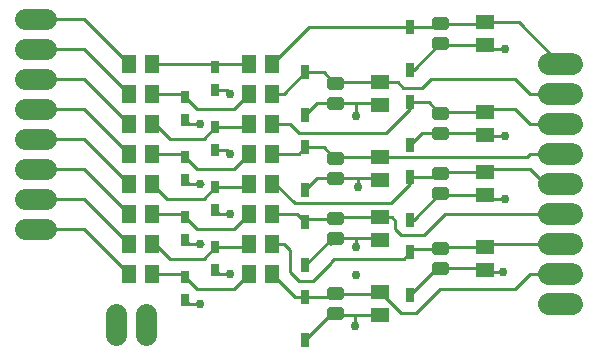
<source format=gbr>
G04 EAGLE Gerber RS-274X export*
G75*
%MOMM*%
%FSLAX34Y34*%
%LPD*%
%INTop Copper*%
%IPPOS*%
%AMOC8*
5,1,8,0,0,1.08239X$1,22.5*%
G01*
%ADD10C,0.504000*%
%ADD11R,0.700000X1.200000*%
%ADD12R,0.800000X1.000000*%
%ADD13C,1.879600*%
%ADD14R,1.300000X1.500000*%
%ADD15R,1.500000X1.300000*%
%ADD16C,1.800000*%
%ADD17C,0.254000*%
%ADD18C,0.756400*%


D10*
X321880Y303230D02*
X321880Y297770D01*
X313120Y297770D01*
X313120Y303230D01*
X321880Y303230D01*
X321880Y302558D02*
X313120Y302558D01*
X313120Y286430D02*
X313120Y280970D01*
X313120Y286430D02*
X321880Y286430D01*
X321880Y280970D01*
X313120Y280970D01*
X313120Y285758D02*
X321880Y285758D01*
X410780Y335870D02*
X410780Y341330D01*
X410780Y335870D02*
X402020Y335870D01*
X402020Y341330D01*
X410780Y341330D01*
X410780Y340658D02*
X402020Y340658D01*
X402020Y324530D02*
X402020Y319070D01*
X402020Y324530D02*
X410780Y324530D01*
X410780Y319070D01*
X402020Y319070D01*
X402020Y323858D02*
X410780Y323858D01*
X321880Y361270D02*
X321880Y366730D01*
X321880Y361270D02*
X313120Y361270D01*
X313120Y366730D01*
X321880Y366730D01*
X321880Y366058D02*
X313120Y366058D01*
X313120Y349930D02*
X313120Y344470D01*
X313120Y349930D02*
X321880Y349930D01*
X321880Y344470D01*
X313120Y344470D01*
X313120Y349258D02*
X321880Y349258D01*
X410780Y399370D02*
X410780Y404830D01*
X410780Y399370D02*
X402020Y399370D01*
X402020Y404830D01*
X410780Y404830D01*
X410780Y404158D02*
X402020Y404158D01*
X402020Y388030D02*
X402020Y382570D01*
X402020Y388030D02*
X410780Y388030D01*
X410780Y382570D01*
X402020Y382570D01*
X402020Y387358D02*
X410780Y387358D01*
X321880Y412070D02*
X321880Y417530D01*
X321880Y412070D02*
X313120Y412070D01*
X313120Y417530D01*
X321880Y417530D01*
X321880Y416858D02*
X313120Y416858D01*
X313120Y400730D02*
X313120Y395270D01*
X313120Y400730D02*
X321880Y400730D01*
X321880Y395270D01*
X313120Y395270D01*
X313120Y400058D02*
X321880Y400058D01*
X410780Y450170D02*
X410780Y455630D01*
X410780Y450170D02*
X402020Y450170D01*
X402020Y455630D01*
X410780Y455630D01*
X410780Y454958D02*
X402020Y454958D01*
X402020Y438830D02*
X402020Y433370D01*
X402020Y438830D02*
X410780Y438830D01*
X410780Y433370D01*
X402020Y433370D01*
X402020Y438158D02*
X410780Y438158D01*
X321880Y475570D02*
X321880Y481030D01*
X321880Y475570D02*
X313120Y475570D01*
X313120Y481030D01*
X321880Y481030D01*
X321880Y480358D02*
X313120Y480358D01*
X313120Y464230D02*
X313120Y458770D01*
X313120Y464230D02*
X321880Y464230D01*
X321880Y458770D01*
X313120Y458770D01*
X313120Y463558D02*
X321880Y463558D01*
X410780Y526370D02*
X410780Y531830D01*
X410780Y526370D02*
X402020Y526370D01*
X402020Y531830D01*
X410780Y531830D01*
X410780Y531158D02*
X402020Y531158D01*
X402020Y515030D02*
X402020Y509570D01*
X402020Y515030D02*
X410780Y515030D01*
X410780Y509570D01*
X402020Y509570D01*
X402020Y514358D02*
X410780Y514358D01*
D11*
X292100Y297900D03*
X292100Y260900D03*
D12*
X190500Y396400D03*
X190500Y416400D03*
D11*
X381000Y463000D03*
X381000Y426000D03*
D12*
X215900Y421800D03*
X215900Y441800D03*
D11*
X292100Y488400D03*
X292100Y451400D03*
D12*
X190500Y447200D03*
X190500Y467200D03*
D11*
X381000Y526500D03*
X381000Y489500D03*
D12*
X215900Y472600D03*
X215900Y492600D03*
X190500Y294800D03*
X190500Y314800D03*
D11*
X381000Y336000D03*
X381000Y299000D03*
D12*
X215900Y320200D03*
X215900Y340200D03*
D11*
X292100Y361400D03*
X292100Y324400D03*
D12*
X190500Y345600D03*
X190500Y365600D03*
D11*
X381000Y399500D03*
X381000Y362500D03*
D12*
X215900Y371000D03*
X215900Y391000D03*
D11*
X292100Y424900D03*
X292100Y387900D03*
D13*
X498602Y495300D02*
X517398Y495300D01*
X517398Y469900D02*
X498602Y469900D01*
X498602Y444500D02*
X517398Y444500D01*
X517398Y419100D02*
X498602Y419100D01*
X498602Y393700D02*
X517398Y393700D01*
X517398Y368300D02*
X498602Y368300D01*
X498602Y342900D02*
X517398Y342900D01*
X517398Y317500D02*
X498602Y317500D01*
X498602Y292100D02*
X517398Y292100D01*
D14*
X142900Y317500D03*
X161900Y317500D03*
X142900Y393700D03*
X161900Y393700D03*
X244500Y393700D03*
X263500Y393700D03*
D15*
X444500Y384200D03*
X444500Y403200D03*
D14*
X142900Y419100D03*
X161900Y419100D03*
X244500Y419100D03*
X263500Y419100D03*
D15*
X355600Y396900D03*
X355600Y415900D03*
D14*
X142900Y444500D03*
X161900Y444500D03*
X244500Y444500D03*
X263500Y444500D03*
D15*
X444500Y435000D03*
X444500Y454000D03*
D14*
X142900Y469900D03*
X161900Y469900D03*
X244500Y317500D03*
X263500Y317500D03*
X244500Y469900D03*
X263500Y469900D03*
D15*
X355600Y460400D03*
X355600Y479400D03*
D14*
X142900Y495300D03*
X161900Y495300D03*
X244500Y495300D03*
X263500Y495300D03*
D15*
X444500Y511200D03*
X444500Y530200D03*
X355600Y282600D03*
X355600Y301600D03*
D14*
X142900Y342900D03*
X161900Y342900D03*
X244500Y342900D03*
X263500Y342900D03*
D15*
X444500Y320700D03*
X444500Y339700D03*
D14*
X142900Y368300D03*
X161900Y368300D03*
X244500Y368300D03*
X263500Y368300D03*
D15*
X355600Y346100D03*
X355600Y365100D03*
D16*
X72500Y533400D02*
X54500Y533400D01*
X54500Y508000D02*
X72500Y508000D01*
X72500Y482600D02*
X54500Y482600D01*
X54500Y457200D02*
X72500Y457200D01*
X72500Y431800D02*
X54500Y431800D01*
X54500Y406400D02*
X72500Y406400D01*
X72500Y381000D02*
X54500Y381000D01*
X54500Y355600D02*
X72500Y355600D01*
X132080Y283320D02*
X132080Y265320D01*
X157480Y265320D02*
X157480Y283320D01*
D17*
X161900Y317500D02*
X187800Y317500D01*
X190500Y314800D01*
X231800Y304800D02*
X244500Y317500D01*
X200500Y304800D02*
X190500Y314800D01*
X200500Y304800D02*
X231800Y304800D01*
X263500Y317500D02*
X283100Y297900D01*
X292100Y297900D01*
X314900Y297900D01*
X317500Y300500D01*
X354500Y300500D01*
X355600Y301600D01*
X482600Y317500D02*
X508000Y317500D01*
X482600Y317500D02*
X469900Y304800D01*
X406400Y304800D01*
X386080Y284480D01*
X372720Y284480D02*
X355600Y301600D01*
X372720Y284480D02*
X386080Y284480D01*
D18*
X228600Y469900D03*
X203200Y444500D03*
X228600Y419100D03*
X203200Y393700D03*
X228600Y368300D03*
X203200Y342900D03*
X228600Y317500D03*
X203200Y292100D03*
D17*
X215900Y472600D02*
X225900Y472600D01*
X228600Y469900D01*
X203200Y444500D02*
X193200Y444500D01*
X190500Y447200D01*
X215900Y421800D02*
X225900Y421800D01*
X228600Y419100D01*
X193200Y393700D02*
X190500Y396400D01*
X193200Y393700D02*
X203200Y393700D01*
X215900Y371000D02*
X218600Y368300D01*
X228600Y368300D01*
X203200Y342900D02*
X193200Y342900D01*
X190500Y345600D01*
X215900Y320200D02*
X218600Y317500D01*
X228600Y317500D01*
X193200Y292100D02*
X190500Y294800D01*
X292100Y260900D02*
X314900Y283700D01*
X317500Y283700D01*
X318600Y282600D01*
X335280Y282600D01*
X355600Y282600D01*
X381000Y299000D02*
X403800Y321800D01*
X406400Y321800D01*
X443400Y321800D01*
X444500Y320700D01*
X205649Y342900D02*
X203200Y342900D01*
X317500Y347200D02*
X335280Y347200D01*
X354500Y347200D01*
X355600Y346100D01*
X407500Y384200D02*
X444500Y384200D01*
X407500Y384200D02*
X406400Y385300D01*
X203200Y292100D02*
X193200Y292100D01*
X203200Y393700D02*
X205649Y393700D01*
X292100Y387900D02*
X302200Y398000D01*
X317500Y398000D01*
X337820Y398000D01*
X354500Y398000D01*
X355600Y396900D01*
X381000Y426000D02*
X391100Y436100D01*
X406400Y436100D01*
X443400Y436100D01*
X444500Y435000D01*
X444500Y511200D02*
X407500Y511200D01*
X406400Y512300D01*
X383600Y489500D01*
X381000Y489500D01*
D18*
X461010Y508000D03*
X461010Y434340D03*
X461010Y381000D03*
X459740Y318770D03*
X334010Y273050D03*
X335280Y316230D03*
X336550Y391160D03*
X335280Y450850D03*
D17*
X444500Y511200D02*
X447700Y508000D01*
X461010Y508000D01*
X444500Y435000D02*
X445160Y434340D01*
X461010Y434340D01*
X444500Y384200D02*
X447700Y381000D01*
X461010Y381000D01*
X444500Y320700D02*
X446430Y318770D01*
X459740Y318770D01*
X302200Y461500D02*
X292100Y451400D01*
X302200Y461500D02*
X317500Y461500D01*
X335280Y461500D01*
X354500Y461500D01*
X355600Y460400D01*
D18*
X335280Y340360D03*
D17*
X317500Y347200D02*
X315350Y345050D01*
X313200Y342900D01*
X334010Y281330D02*
X334010Y273050D01*
X334010Y281330D02*
X335280Y282600D01*
X335280Y340360D02*
X335280Y347200D01*
X336550Y391160D02*
X336550Y396730D01*
X337820Y398000D01*
X335280Y450850D02*
X335280Y461500D01*
X406400Y385300D02*
X383600Y362500D01*
X381000Y362500D01*
X312750Y345050D02*
X292100Y324400D01*
X312750Y345050D02*
X315350Y345050D01*
X244500Y342900D02*
X241800Y340200D01*
X215900Y340200D01*
X165100Y342900D02*
X161900Y342900D01*
X165100Y342900D02*
X177800Y330200D01*
X205900Y330200D01*
X215900Y340200D01*
X381000Y336000D02*
X383600Y338600D01*
X406400Y338600D01*
X407500Y339700D01*
X444500Y339700D01*
X447700Y342900D01*
X508000Y342900D01*
X274320Y342900D02*
X263500Y342900D01*
X274320Y342900D02*
X279400Y337820D01*
X279400Y318770D02*
X287020Y311150D01*
X298450Y311150D01*
X313690Y326390D02*
X313690Y327660D01*
X316230Y330200D01*
X375200Y330200D02*
X381000Y336000D01*
X279400Y337820D02*
X279400Y318770D01*
X298450Y311150D02*
X313690Y326390D01*
X316230Y330200D02*
X375200Y330200D01*
X187800Y368300D02*
X161900Y368300D01*
X187800Y368300D02*
X190500Y365600D01*
X231800Y355600D02*
X244500Y368300D01*
X200500Y355600D02*
X190500Y365600D01*
X200500Y355600D02*
X231800Y355600D01*
X263500Y368300D02*
X285200Y368300D01*
X292100Y361400D01*
X294700Y364000D01*
X317500Y364000D01*
X318600Y365100D01*
X355600Y365100D01*
X365150Y365100D01*
X368300Y361950D02*
X368300Y355600D01*
X373380Y350520D01*
X392430Y350520D02*
X410210Y368300D01*
X508000Y368300D01*
X368300Y361950D02*
X365150Y365100D01*
X373380Y350520D02*
X392430Y350520D01*
X244500Y393700D02*
X241800Y391000D01*
X215900Y391000D01*
X174600Y381000D02*
X161900Y393700D01*
X205900Y381000D02*
X215900Y391000D01*
X205900Y381000D02*
X174600Y381000D01*
X263500Y393700D02*
X266700Y393700D01*
X381000Y399500D02*
X403800Y399500D01*
X406400Y402100D01*
X407500Y403200D01*
X444500Y403200D01*
X447700Y406400D01*
X482600Y406400D02*
X495300Y393700D01*
X508000Y393700D01*
X482600Y406400D02*
X447700Y406400D01*
X283210Y377190D02*
X266700Y393700D01*
X283210Y377190D02*
X364490Y377190D01*
X381000Y393700D01*
X381000Y399500D01*
X187800Y419100D02*
X161900Y419100D01*
X187800Y419100D02*
X190500Y416400D01*
X231800Y406400D02*
X244500Y419100D01*
X200500Y406400D02*
X190500Y416400D01*
X200500Y406400D02*
X231800Y406400D01*
X263500Y419100D02*
X286300Y419100D01*
X292100Y424900D01*
X307400Y424900D01*
X317500Y414800D01*
X318600Y415900D01*
X355600Y415900D01*
X479400Y415900D02*
X482600Y419100D01*
X508000Y419100D01*
X479400Y415900D02*
X355600Y415900D01*
X165100Y444500D02*
X161900Y444500D01*
X165100Y444500D02*
X177800Y431800D01*
X205900Y431800D01*
X215900Y441800D01*
X241800Y441800D02*
X244500Y444500D01*
X241800Y441800D02*
X215900Y441800D01*
X263500Y444500D02*
X279400Y444500D01*
X287020Y436880D01*
X360680Y436880D01*
X381000Y457200D02*
X381000Y463000D01*
X381000Y457200D02*
X360680Y436880D01*
X407500Y454000D02*
X444500Y454000D01*
X407500Y454000D02*
X406400Y452900D01*
X396300Y463000D01*
X381000Y463000D01*
X444500Y454000D02*
X447700Y457200D01*
X469900Y457200D01*
X482600Y444500D01*
X508000Y444500D01*
X187800Y469900D02*
X161900Y469900D01*
X187800Y469900D02*
X190500Y467200D01*
X231800Y457200D02*
X244500Y469900D01*
X200500Y457200D02*
X190500Y467200D01*
X200500Y457200D02*
X231800Y457200D01*
X263500Y469900D02*
X273600Y469900D01*
X292100Y488400D01*
X307400Y488400D01*
X317500Y478300D01*
X318600Y479400D01*
X355600Y479400D01*
X370230Y479400D01*
X374650Y474980D01*
X391160Y474980D01*
X396240Y480060D01*
X398780Y482600D01*
X469900Y482600D02*
X482600Y469900D01*
X508000Y469900D01*
X469900Y482600D02*
X398780Y482600D01*
X213200Y495300D02*
X161900Y495300D01*
X213200Y495300D02*
X215900Y492600D01*
X218600Y495300D01*
X244500Y495300D01*
X263500Y495300D02*
X294700Y526500D01*
X381000Y526500D01*
X403800Y526500D01*
X406400Y529100D01*
X443400Y529100D01*
X444500Y530200D01*
X473100Y530200D01*
X508000Y495300D01*
X104800Y355600D02*
X63500Y355600D01*
X104800Y355600D02*
X142900Y317500D01*
X104800Y381000D02*
X63500Y381000D01*
X104800Y381000D02*
X142900Y342900D01*
X104800Y406400D02*
X63500Y406400D01*
X104800Y406400D02*
X142900Y368300D01*
X104800Y431800D02*
X63500Y431800D01*
X104800Y431800D02*
X142900Y393700D01*
X104800Y457200D02*
X63500Y457200D01*
X104800Y457200D02*
X142900Y419100D01*
X104800Y482600D02*
X63500Y482600D01*
X104800Y482600D02*
X142900Y444500D01*
X104800Y508000D02*
X63500Y508000D01*
X104800Y508000D02*
X142900Y469900D01*
X142900Y495300D02*
X104800Y533400D01*
X63500Y533400D01*
M02*

</source>
